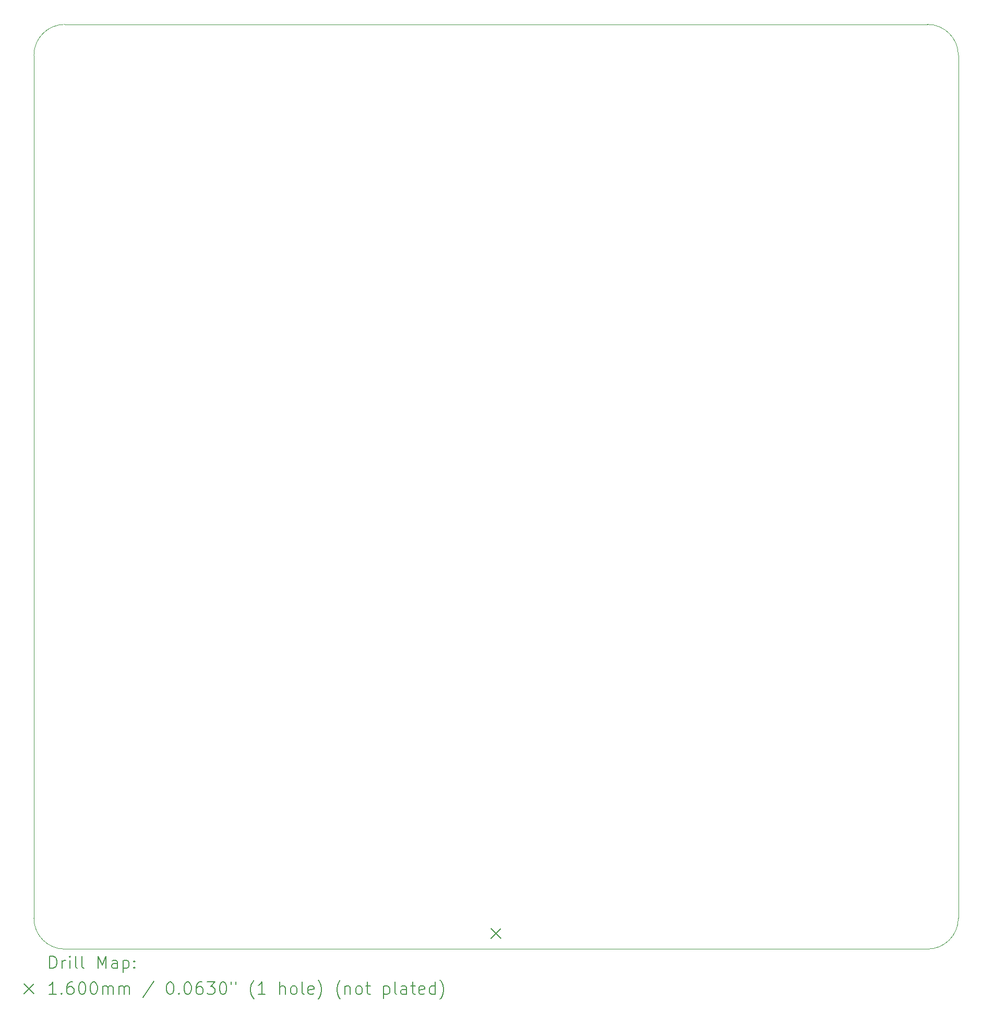
<source format=gbr>
%TF.GenerationSoftware,KiCad,Pcbnew,8.0.1*%
%TF.CreationDate,2024-03-21T17:04:59-07:00*%
%TF.ProjectId,fan-controller,66616e2d-636f-46e7-9472-6f6c6c65722e,rev?*%
%TF.SameCoordinates,Original*%
%TF.FileFunction,Drillmap*%
%TF.FilePolarity,Positive*%
%FSLAX45Y45*%
G04 Gerber Fmt 4.5, Leading zero omitted, Abs format (unit mm)*
G04 Created by KiCad (PCBNEW 8.0.1) date 2024-03-21 17:04:59*
%MOMM*%
%LPD*%
G01*
G04 APERTURE LIST*
%ADD10C,0.050000*%
%ADD11C,0.200000*%
%ADD12C,0.160000*%
G04 APERTURE END LIST*
D10*
X13000000Y-7500000D02*
X27000000Y-7500000D01*
X27000000Y-7500000D02*
G75*
G02*
X27500000Y-8000000I0J-500000D01*
G01*
X27500000Y-22000000D02*
G75*
G02*
X27000000Y-22500000I-500000J0D01*
G01*
X27500000Y-8000000D02*
X27500000Y-22000000D01*
X27000000Y-22500000D02*
X13000000Y-22500000D01*
X12500000Y-22000000D02*
X12500000Y-8000000D01*
X13000000Y-22500000D02*
G75*
G02*
X12500000Y-22000000I0J500000D01*
G01*
X12500000Y-8000000D02*
G75*
G02*
X13000000Y-7500000I500000J0D01*
G01*
D11*
D12*
X19920000Y-22170000D02*
X20080000Y-22330000D01*
X20080000Y-22170000D02*
X19920000Y-22330000D01*
D11*
X12758277Y-22813984D02*
X12758277Y-22613984D01*
X12758277Y-22613984D02*
X12805896Y-22613984D01*
X12805896Y-22613984D02*
X12834467Y-22623508D01*
X12834467Y-22623508D02*
X12853515Y-22642555D01*
X12853515Y-22642555D02*
X12863039Y-22661603D01*
X12863039Y-22661603D02*
X12872562Y-22699698D01*
X12872562Y-22699698D02*
X12872562Y-22728269D01*
X12872562Y-22728269D02*
X12863039Y-22766365D01*
X12863039Y-22766365D02*
X12853515Y-22785412D01*
X12853515Y-22785412D02*
X12834467Y-22804460D01*
X12834467Y-22804460D02*
X12805896Y-22813984D01*
X12805896Y-22813984D02*
X12758277Y-22813984D01*
X12958277Y-22813984D02*
X12958277Y-22680650D01*
X12958277Y-22718746D02*
X12967801Y-22699698D01*
X12967801Y-22699698D02*
X12977324Y-22690174D01*
X12977324Y-22690174D02*
X12996372Y-22680650D01*
X12996372Y-22680650D02*
X13015420Y-22680650D01*
X13082086Y-22813984D02*
X13082086Y-22680650D01*
X13082086Y-22613984D02*
X13072562Y-22623508D01*
X13072562Y-22623508D02*
X13082086Y-22633031D01*
X13082086Y-22633031D02*
X13091610Y-22623508D01*
X13091610Y-22623508D02*
X13082086Y-22613984D01*
X13082086Y-22613984D02*
X13082086Y-22633031D01*
X13205896Y-22813984D02*
X13186848Y-22804460D01*
X13186848Y-22804460D02*
X13177324Y-22785412D01*
X13177324Y-22785412D02*
X13177324Y-22613984D01*
X13310658Y-22813984D02*
X13291610Y-22804460D01*
X13291610Y-22804460D02*
X13282086Y-22785412D01*
X13282086Y-22785412D02*
X13282086Y-22613984D01*
X13539229Y-22813984D02*
X13539229Y-22613984D01*
X13539229Y-22613984D02*
X13605896Y-22756841D01*
X13605896Y-22756841D02*
X13672562Y-22613984D01*
X13672562Y-22613984D02*
X13672562Y-22813984D01*
X13853515Y-22813984D02*
X13853515Y-22709222D01*
X13853515Y-22709222D02*
X13843991Y-22690174D01*
X13843991Y-22690174D02*
X13824943Y-22680650D01*
X13824943Y-22680650D02*
X13786848Y-22680650D01*
X13786848Y-22680650D02*
X13767801Y-22690174D01*
X13853515Y-22804460D02*
X13834467Y-22813984D01*
X13834467Y-22813984D02*
X13786848Y-22813984D01*
X13786848Y-22813984D02*
X13767801Y-22804460D01*
X13767801Y-22804460D02*
X13758277Y-22785412D01*
X13758277Y-22785412D02*
X13758277Y-22766365D01*
X13758277Y-22766365D02*
X13767801Y-22747317D01*
X13767801Y-22747317D02*
X13786848Y-22737793D01*
X13786848Y-22737793D02*
X13834467Y-22737793D01*
X13834467Y-22737793D02*
X13853515Y-22728269D01*
X13948753Y-22680650D02*
X13948753Y-22880650D01*
X13948753Y-22690174D02*
X13967801Y-22680650D01*
X13967801Y-22680650D02*
X14005896Y-22680650D01*
X14005896Y-22680650D02*
X14024943Y-22690174D01*
X14024943Y-22690174D02*
X14034467Y-22699698D01*
X14034467Y-22699698D02*
X14043991Y-22718746D01*
X14043991Y-22718746D02*
X14043991Y-22775888D01*
X14043991Y-22775888D02*
X14034467Y-22794936D01*
X14034467Y-22794936D02*
X14024943Y-22804460D01*
X14024943Y-22804460D02*
X14005896Y-22813984D01*
X14005896Y-22813984D02*
X13967801Y-22813984D01*
X13967801Y-22813984D02*
X13948753Y-22804460D01*
X14129705Y-22794936D02*
X14139229Y-22804460D01*
X14139229Y-22804460D02*
X14129705Y-22813984D01*
X14129705Y-22813984D02*
X14120182Y-22804460D01*
X14120182Y-22804460D02*
X14129705Y-22794936D01*
X14129705Y-22794936D02*
X14129705Y-22813984D01*
X14129705Y-22690174D02*
X14139229Y-22699698D01*
X14139229Y-22699698D02*
X14129705Y-22709222D01*
X14129705Y-22709222D02*
X14120182Y-22699698D01*
X14120182Y-22699698D02*
X14129705Y-22690174D01*
X14129705Y-22690174D02*
X14129705Y-22709222D01*
D12*
X12337500Y-23062500D02*
X12497500Y-23222500D01*
X12497500Y-23062500D02*
X12337500Y-23222500D01*
D11*
X12863039Y-23233984D02*
X12748753Y-23233984D01*
X12805896Y-23233984D02*
X12805896Y-23033984D01*
X12805896Y-23033984D02*
X12786848Y-23062555D01*
X12786848Y-23062555D02*
X12767801Y-23081603D01*
X12767801Y-23081603D02*
X12748753Y-23091127D01*
X12948753Y-23214936D02*
X12958277Y-23224460D01*
X12958277Y-23224460D02*
X12948753Y-23233984D01*
X12948753Y-23233984D02*
X12939229Y-23224460D01*
X12939229Y-23224460D02*
X12948753Y-23214936D01*
X12948753Y-23214936D02*
X12948753Y-23233984D01*
X13129705Y-23033984D02*
X13091610Y-23033984D01*
X13091610Y-23033984D02*
X13072562Y-23043508D01*
X13072562Y-23043508D02*
X13063039Y-23053031D01*
X13063039Y-23053031D02*
X13043991Y-23081603D01*
X13043991Y-23081603D02*
X13034467Y-23119698D01*
X13034467Y-23119698D02*
X13034467Y-23195888D01*
X13034467Y-23195888D02*
X13043991Y-23214936D01*
X13043991Y-23214936D02*
X13053515Y-23224460D01*
X13053515Y-23224460D02*
X13072562Y-23233984D01*
X13072562Y-23233984D02*
X13110658Y-23233984D01*
X13110658Y-23233984D02*
X13129705Y-23224460D01*
X13129705Y-23224460D02*
X13139229Y-23214936D01*
X13139229Y-23214936D02*
X13148753Y-23195888D01*
X13148753Y-23195888D02*
X13148753Y-23148269D01*
X13148753Y-23148269D02*
X13139229Y-23129222D01*
X13139229Y-23129222D02*
X13129705Y-23119698D01*
X13129705Y-23119698D02*
X13110658Y-23110174D01*
X13110658Y-23110174D02*
X13072562Y-23110174D01*
X13072562Y-23110174D02*
X13053515Y-23119698D01*
X13053515Y-23119698D02*
X13043991Y-23129222D01*
X13043991Y-23129222D02*
X13034467Y-23148269D01*
X13272562Y-23033984D02*
X13291610Y-23033984D01*
X13291610Y-23033984D02*
X13310658Y-23043508D01*
X13310658Y-23043508D02*
X13320182Y-23053031D01*
X13320182Y-23053031D02*
X13329705Y-23072079D01*
X13329705Y-23072079D02*
X13339229Y-23110174D01*
X13339229Y-23110174D02*
X13339229Y-23157793D01*
X13339229Y-23157793D02*
X13329705Y-23195888D01*
X13329705Y-23195888D02*
X13320182Y-23214936D01*
X13320182Y-23214936D02*
X13310658Y-23224460D01*
X13310658Y-23224460D02*
X13291610Y-23233984D01*
X13291610Y-23233984D02*
X13272562Y-23233984D01*
X13272562Y-23233984D02*
X13253515Y-23224460D01*
X13253515Y-23224460D02*
X13243991Y-23214936D01*
X13243991Y-23214936D02*
X13234467Y-23195888D01*
X13234467Y-23195888D02*
X13224943Y-23157793D01*
X13224943Y-23157793D02*
X13224943Y-23110174D01*
X13224943Y-23110174D02*
X13234467Y-23072079D01*
X13234467Y-23072079D02*
X13243991Y-23053031D01*
X13243991Y-23053031D02*
X13253515Y-23043508D01*
X13253515Y-23043508D02*
X13272562Y-23033984D01*
X13463039Y-23033984D02*
X13482086Y-23033984D01*
X13482086Y-23033984D02*
X13501134Y-23043508D01*
X13501134Y-23043508D02*
X13510658Y-23053031D01*
X13510658Y-23053031D02*
X13520182Y-23072079D01*
X13520182Y-23072079D02*
X13529705Y-23110174D01*
X13529705Y-23110174D02*
X13529705Y-23157793D01*
X13529705Y-23157793D02*
X13520182Y-23195888D01*
X13520182Y-23195888D02*
X13510658Y-23214936D01*
X13510658Y-23214936D02*
X13501134Y-23224460D01*
X13501134Y-23224460D02*
X13482086Y-23233984D01*
X13482086Y-23233984D02*
X13463039Y-23233984D01*
X13463039Y-23233984D02*
X13443991Y-23224460D01*
X13443991Y-23224460D02*
X13434467Y-23214936D01*
X13434467Y-23214936D02*
X13424943Y-23195888D01*
X13424943Y-23195888D02*
X13415420Y-23157793D01*
X13415420Y-23157793D02*
X13415420Y-23110174D01*
X13415420Y-23110174D02*
X13424943Y-23072079D01*
X13424943Y-23072079D02*
X13434467Y-23053031D01*
X13434467Y-23053031D02*
X13443991Y-23043508D01*
X13443991Y-23043508D02*
X13463039Y-23033984D01*
X13615420Y-23233984D02*
X13615420Y-23100650D01*
X13615420Y-23119698D02*
X13624943Y-23110174D01*
X13624943Y-23110174D02*
X13643991Y-23100650D01*
X13643991Y-23100650D02*
X13672563Y-23100650D01*
X13672563Y-23100650D02*
X13691610Y-23110174D01*
X13691610Y-23110174D02*
X13701134Y-23129222D01*
X13701134Y-23129222D02*
X13701134Y-23233984D01*
X13701134Y-23129222D02*
X13710658Y-23110174D01*
X13710658Y-23110174D02*
X13729705Y-23100650D01*
X13729705Y-23100650D02*
X13758277Y-23100650D01*
X13758277Y-23100650D02*
X13777324Y-23110174D01*
X13777324Y-23110174D02*
X13786848Y-23129222D01*
X13786848Y-23129222D02*
X13786848Y-23233984D01*
X13882086Y-23233984D02*
X13882086Y-23100650D01*
X13882086Y-23119698D02*
X13891610Y-23110174D01*
X13891610Y-23110174D02*
X13910658Y-23100650D01*
X13910658Y-23100650D02*
X13939229Y-23100650D01*
X13939229Y-23100650D02*
X13958277Y-23110174D01*
X13958277Y-23110174D02*
X13967801Y-23129222D01*
X13967801Y-23129222D02*
X13967801Y-23233984D01*
X13967801Y-23129222D02*
X13977324Y-23110174D01*
X13977324Y-23110174D02*
X13996372Y-23100650D01*
X13996372Y-23100650D02*
X14024943Y-23100650D01*
X14024943Y-23100650D02*
X14043991Y-23110174D01*
X14043991Y-23110174D02*
X14053515Y-23129222D01*
X14053515Y-23129222D02*
X14053515Y-23233984D01*
X14443991Y-23024460D02*
X14272563Y-23281603D01*
X14701134Y-23033984D02*
X14720182Y-23033984D01*
X14720182Y-23033984D02*
X14739229Y-23043508D01*
X14739229Y-23043508D02*
X14748753Y-23053031D01*
X14748753Y-23053031D02*
X14758277Y-23072079D01*
X14758277Y-23072079D02*
X14767801Y-23110174D01*
X14767801Y-23110174D02*
X14767801Y-23157793D01*
X14767801Y-23157793D02*
X14758277Y-23195888D01*
X14758277Y-23195888D02*
X14748753Y-23214936D01*
X14748753Y-23214936D02*
X14739229Y-23224460D01*
X14739229Y-23224460D02*
X14720182Y-23233984D01*
X14720182Y-23233984D02*
X14701134Y-23233984D01*
X14701134Y-23233984D02*
X14682086Y-23224460D01*
X14682086Y-23224460D02*
X14672563Y-23214936D01*
X14672563Y-23214936D02*
X14663039Y-23195888D01*
X14663039Y-23195888D02*
X14653515Y-23157793D01*
X14653515Y-23157793D02*
X14653515Y-23110174D01*
X14653515Y-23110174D02*
X14663039Y-23072079D01*
X14663039Y-23072079D02*
X14672563Y-23053031D01*
X14672563Y-23053031D02*
X14682086Y-23043508D01*
X14682086Y-23043508D02*
X14701134Y-23033984D01*
X14853515Y-23214936D02*
X14863039Y-23224460D01*
X14863039Y-23224460D02*
X14853515Y-23233984D01*
X14853515Y-23233984D02*
X14843991Y-23224460D01*
X14843991Y-23224460D02*
X14853515Y-23214936D01*
X14853515Y-23214936D02*
X14853515Y-23233984D01*
X14986848Y-23033984D02*
X15005896Y-23033984D01*
X15005896Y-23033984D02*
X15024944Y-23043508D01*
X15024944Y-23043508D02*
X15034467Y-23053031D01*
X15034467Y-23053031D02*
X15043991Y-23072079D01*
X15043991Y-23072079D02*
X15053515Y-23110174D01*
X15053515Y-23110174D02*
X15053515Y-23157793D01*
X15053515Y-23157793D02*
X15043991Y-23195888D01*
X15043991Y-23195888D02*
X15034467Y-23214936D01*
X15034467Y-23214936D02*
X15024944Y-23224460D01*
X15024944Y-23224460D02*
X15005896Y-23233984D01*
X15005896Y-23233984D02*
X14986848Y-23233984D01*
X14986848Y-23233984D02*
X14967801Y-23224460D01*
X14967801Y-23224460D02*
X14958277Y-23214936D01*
X14958277Y-23214936D02*
X14948753Y-23195888D01*
X14948753Y-23195888D02*
X14939229Y-23157793D01*
X14939229Y-23157793D02*
X14939229Y-23110174D01*
X14939229Y-23110174D02*
X14948753Y-23072079D01*
X14948753Y-23072079D02*
X14958277Y-23053031D01*
X14958277Y-23053031D02*
X14967801Y-23043508D01*
X14967801Y-23043508D02*
X14986848Y-23033984D01*
X15224944Y-23033984D02*
X15186848Y-23033984D01*
X15186848Y-23033984D02*
X15167801Y-23043508D01*
X15167801Y-23043508D02*
X15158277Y-23053031D01*
X15158277Y-23053031D02*
X15139229Y-23081603D01*
X15139229Y-23081603D02*
X15129706Y-23119698D01*
X15129706Y-23119698D02*
X15129706Y-23195888D01*
X15129706Y-23195888D02*
X15139229Y-23214936D01*
X15139229Y-23214936D02*
X15148753Y-23224460D01*
X15148753Y-23224460D02*
X15167801Y-23233984D01*
X15167801Y-23233984D02*
X15205896Y-23233984D01*
X15205896Y-23233984D02*
X15224944Y-23224460D01*
X15224944Y-23224460D02*
X15234467Y-23214936D01*
X15234467Y-23214936D02*
X15243991Y-23195888D01*
X15243991Y-23195888D02*
X15243991Y-23148269D01*
X15243991Y-23148269D02*
X15234467Y-23129222D01*
X15234467Y-23129222D02*
X15224944Y-23119698D01*
X15224944Y-23119698D02*
X15205896Y-23110174D01*
X15205896Y-23110174D02*
X15167801Y-23110174D01*
X15167801Y-23110174D02*
X15148753Y-23119698D01*
X15148753Y-23119698D02*
X15139229Y-23129222D01*
X15139229Y-23129222D02*
X15129706Y-23148269D01*
X15310658Y-23033984D02*
X15434467Y-23033984D01*
X15434467Y-23033984D02*
X15367801Y-23110174D01*
X15367801Y-23110174D02*
X15396372Y-23110174D01*
X15396372Y-23110174D02*
X15415420Y-23119698D01*
X15415420Y-23119698D02*
X15424944Y-23129222D01*
X15424944Y-23129222D02*
X15434467Y-23148269D01*
X15434467Y-23148269D02*
X15434467Y-23195888D01*
X15434467Y-23195888D02*
X15424944Y-23214936D01*
X15424944Y-23214936D02*
X15415420Y-23224460D01*
X15415420Y-23224460D02*
X15396372Y-23233984D01*
X15396372Y-23233984D02*
X15339229Y-23233984D01*
X15339229Y-23233984D02*
X15320182Y-23224460D01*
X15320182Y-23224460D02*
X15310658Y-23214936D01*
X15558277Y-23033984D02*
X15577325Y-23033984D01*
X15577325Y-23033984D02*
X15596372Y-23043508D01*
X15596372Y-23043508D02*
X15605896Y-23053031D01*
X15605896Y-23053031D02*
X15615420Y-23072079D01*
X15615420Y-23072079D02*
X15624944Y-23110174D01*
X15624944Y-23110174D02*
X15624944Y-23157793D01*
X15624944Y-23157793D02*
X15615420Y-23195888D01*
X15615420Y-23195888D02*
X15605896Y-23214936D01*
X15605896Y-23214936D02*
X15596372Y-23224460D01*
X15596372Y-23224460D02*
X15577325Y-23233984D01*
X15577325Y-23233984D02*
X15558277Y-23233984D01*
X15558277Y-23233984D02*
X15539229Y-23224460D01*
X15539229Y-23224460D02*
X15529706Y-23214936D01*
X15529706Y-23214936D02*
X15520182Y-23195888D01*
X15520182Y-23195888D02*
X15510658Y-23157793D01*
X15510658Y-23157793D02*
X15510658Y-23110174D01*
X15510658Y-23110174D02*
X15520182Y-23072079D01*
X15520182Y-23072079D02*
X15529706Y-23053031D01*
X15529706Y-23053031D02*
X15539229Y-23043508D01*
X15539229Y-23043508D02*
X15558277Y-23033984D01*
X15701134Y-23033984D02*
X15701134Y-23072079D01*
X15777325Y-23033984D02*
X15777325Y-23072079D01*
X16072563Y-23310174D02*
X16063039Y-23300650D01*
X16063039Y-23300650D02*
X16043991Y-23272079D01*
X16043991Y-23272079D02*
X16034468Y-23253031D01*
X16034468Y-23253031D02*
X16024944Y-23224460D01*
X16024944Y-23224460D02*
X16015420Y-23176841D01*
X16015420Y-23176841D02*
X16015420Y-23138746D01*
X16015420Y-23138746D02*
X16024944Y-23091127D01*
X16024944Y-23091127D02*
X16034468Y-23062555D01*
X16034468Y-23062555D02*
X16043991Y-23043508D01*
X16043991Y-23043508D02*
X16063039Y-23014936D01*
X16063039Y-23014936D02*
X16072563Y-23005412D01*
X16253515Y-23233984D02*
X16139229Y-23233984D01*
X16196372Y-23233984D02*
X16196372Y-23033984D01*
X16196372Y-23033984D02*
X16177325Y-23062555D01*
X16177325Y-23062555D02*
X16158277Y-23081603D01*
X16158277Y-23081603D02*
X16139229Y-23091127D01*
X16491610Y-23233984D02*
X16491610Y-23033984D01*
X16577325Y-23233984D02*
X16577325Y-23129222D01*
X16577325Y-23129222D02*
X16567801Y-23110174D01*
X16567801Y-23110174D02*
X16548753Y-23100650D01*
X16548753Y-23100650D02*
X16520182Y-23100650D01*
X16520182Y-23100650D02*
X16501134Y-23110174D01*
X16501134Y-23110174D02*
X16491610Y-23119698D01*
X16701134Y-23233984D02*
X16682087Y-23224460D01*
X16682087Y-23224460D02*
X16672563Y-23214936D01*
X16672563Y-23214936D02*
X16663039Y-23195888D01*
X16663039Y-23195888D02*
X16663039Y-23138746D01*
X16663039Y-23138746D02*
X16672563Y-23119698D01*
X16672563Y-23119698D02*
X16682087Y-23110174D01*
X16682087Y-23110174D02*
X16701134Y-23100650D01*
X16701134Y-23100650D02*
X16729706Y-23100650D01*
X16729706Y-23100650D02*
X16748753Y-23110174D01*
X16748753Y-23110174D02*
X16758277Y-23119698D01*
X16758277Y-23119698D02*
X16767801Y-23138746D01*
X16767801Y-23138746D02*
X16767801Y-23195888D01*
X16767801Y-23195888D02*
X16758277Y-23214936D01*
X16758277Y-23214936D02*
X16748753Y-23224460D01*
X16748753Y-23224460D02*
X16729706Y-23233984D01*
X16729706Y-23233984D02*
X16701134Y-23233984D01*
X16882087Y-23233984D02*
X16863039Y-23224460D01*
X16863039Y-23224460D02*
X16853515Y-23205412D01*
X16853515Y-23205412D02*
X16853515Y-23033984D01*
X17034468Y-23224460D02*
X17015420Y-23233984D01*
X17015420Y-23233984D02*
X16977325Y-23233984D01*
X16977325Y-23233984D02*
X16958277Y-23224460D01*
X16958277Y-23224460D02*
X16948753Y-23205412D01*
X16948753Y-23205412D02*
X16948753Y-23129222D01*
X16948753Y-23129222D02*
X16958277Y-23110174D01*
X16958277Y-23110174D02*
X16977325Y-23100650D01*
X16977325Y-23100650D02*
X17015420Y-23100650D01*
X17015420Y-23100650D02*
X17034468Y-23110174D01*
X17034468Y-23110174D02*
X17043992Y-23129222D01*
X17043992Y-23129222D02*
X17043992Y-23148269D01*
X17043992Y-23148269D02*
X16948753Y-23167317D01*
X17110658Y-23310174D02*
X17120182Y-23300650D01*
X17120182Y-23300650D02*
X17139230Y-23272079D01*
X17139230Y-23272079D02*
X17148753Y-23253031D01*
X17148753Y-23253031D02*
X17158277Y-23224460D01*
X17158277Y-23224460D02*
X17167801Y-23176841D01*
X17167801Y-23176841D02*
X17167801Y-23138746D01*
X17167801Y-23138746D02*
X17158277Y-23091127D01*
X17158277Y-23091127D02*
X17148753Y-23062555D01*
X17148753Y-23062555D02*
X17139230Y-23043508D01*
X17139230Y-23043508D02*
X17120182Y-23014936D01*
X17120182Y-23014936D02*
X17110658Y-23005412D01*
X17472563Y-23310174D02*
X17463039Y-23300650D01*
X17463039Y-23300650D02*
X17443992Y-23272079D01*
X17443992Y-23272079D02*
X17434468Y-23253031D01*
X17434468Y-23253031D02*
X17424944Y-23224460D01*
X17424944Y-23224460D02*
X17415420Y-23176841D01*
X17415420Y-23176841D02*
X17415420Y-23138746D01*
X17415420Y-23138746D02*
X17424944Y-23091127D01*
X17424944Y-23091127D02*
X17434468Y-23062555D01*
X17434468Y-23062555D02*
X17443992Y-23043508D01*
X17443992Y-23043508D02*
X17463039Y-23014936D01*
X17463039Y-23014936D02*
X17472563Y-23005412D01*
X17548753Y-23100650D02*
X17548753Y-23233984D01*
X17548753Y-23119698D02*
X17558277Y-23110174D01*
X17558277Y-23110174D02*
X17577325Y-23100650D01*
X17577325Y-23100650D02*
X17605896Y-23100650D01*
X17605896Y-23100650D02*
X17624944Y-23110174D01*
X17624944Y-23110174D02*
X17634468Y-23129222D01*
X17634468Y-23129222D02*
X17634468Y-23233984D01*
X17758277Y-23233984D02*
X17739230Y-23224460D01*
X17739230Y-23224460D02*
X17729706Y-23214936D01*
X17729706Y-23214936D02*
X17720182Y-23195888D01*
X17720182Y-23195888D02*
X17720182Y-23138746D01*
X17720182Y-23138746D02*
X17729706Y-23119698D01*
X17729706Y-23119698D02*
X17739230Y-23110174D01*
X17739230Y-23110174D02*
X17758277Y-23100650D01*
X17758277Y-23100650D02*
X17786849Y-23100650D01*
X17786849Y-23100650D02*
X17805896Y-23110174D01*
X17805896Y-23110174D02*
X17815420Y-23119698D01*
X17815420Y-23119698D02*
X17824944Y-23138746D01*
X17824944Y-23138746D02*
X17824944Y-23195888D01*
X17824944Y-23195888D02*
X17815420Y-23214936D01*
X17815420Y-23214936D02*
X17805896Y-23224460D01*
X17805896Y-23224460D02*
X17786849Y-23233984D01*
X17786849Y-23233984D02*
X17758277Y-23233984D01*
X17882087Y-23100650D02*
X17958277Y-23100650D01*
X17910658Y-23033984D02*
X17910658Y-23205412D01*
X17910658Y-23205412D02*
X17920182Y-23224460D01*
X17920182Y-23224460D02*
X17939230Y-23233984D01*
X17939230Y-23233984D02*
X17958277Y-23233984D01*
X18177325Y-23100650D02*
X18177325Y-23300650D01*
X18177325Y-23110174D02*
X18196373Y-23100650D01*
X18196373Y-23100650D02*
X18234468Y-23100650D01*
X18234468Y-23100650D02*
X18253515Y-23110174D01*
X18253515Y-23110174D02*
X18263039Y-23119698D01*
X18263039Y-23119698D02*
X18272563Y-23138746D01*
X18272563Y-23138746D02*
X18272563Y-23195888D01*
X18272563Y-23195888D02*
X18263039Y-23214936D01*
X18263039Y-23214936D02*
X18253515Y-23224460D01*
X18253515Y-23224460D02*
X18234468Y-23233984D01*
X18234468Y-23233984D02*
X18196373Y-23233984D01*
X18196373Y-23233984D02*
X18177325Y-23224460D01*
X18386849Y-23233984D02*
X18367801Y-23224460D01*
X18367801Y-23224460D02*
X18358277Y-23205412D01*
X18358277Y-23205412D02*
X18358277Y-23033984D01*
X18548754Y-23233984D02*
X18548754Y-23129222D01*
X18548754Y-23129222D02*
X18539230Y-23110174D01*
X18539230Y-23110174D02*
X18520182Y-23100650D01*
X18520182Y-23100650D02*
X18482087Y-23100650D01*
X18482087Y-23100650D02*
X18463039Y-23110174D01*
X18548754Y-23224460D02*
X18529706Y-23233984D01*
X18529706Y-23233984D02*
X18482087Y-23233984D01*
X18482087Y-23233984D02*
X18463039Y-23224460D01*
X18463039Y-23224460D02*
X18453515Y-23205412D01*
X18453515Y-23205412D02*
X18453515Y-23186365D01*
X18453515Y-23186365D02*
X18463039Y-23167317D01*
X18463039Y-23167317D02*
X18482087Y-23157793D01*
X18482087Y-23157793D02*
X18529706Y-23157793D01*
X18529706Y-23157793D02*
X18548754Y-23148269D01*
X18615420Y-23100650D02*
X18691611Y-23100650D01*
X18643992Y-23033984D02*
X18643992Y-23205412D01*
X18643992Y-23205412D02*
X18653515Y-23224460D01*
X18653515Y-23224460D02*
X18672563Y-23233984D01*
X18672563Y-23233984D02*
X18691611Y-23233984D01*
X18834468Y-23224460D02*
X18815420Y-23233984D01*
X18815420Y-23233984D02*
X18777325Y-23233984D01*
X18777325Y-23233984D02*
X18758277Y-23224460D01*
X18758277Y-23224460D02*
X18748754Y-23205412D01*
X18748754Y-23205412D02*
X18748754Y-23129222D01*
X18748754Y-23129222D02*
X18758277Y-23110174D01*
X18758277Y-23110174D02*
X18777325Y-23100650D01*
X18777325Y-23100650D02*
X18815420Y-23100650D01*
X18815420Y-23100650D02*
X18834468Y-23110174D01*
X18834468Y-23110174D02*
X18843992Y-23129222D01*
X18843992Y-23129222D02*
X18843992Y-23148269D01*
X18843992Y-23148269D02*
X18748754Y-23167317D01*
X19015420Y-23233984D02*
X19015420Y-23033984D01*
X19015420Y-23224460D02*
X18996373Y-23233984D01*
X18996373Y-23233984D02*
X18958277Y-23233984D01*
X18958277Y-23233984D02*
X18939230Y-23224460D01*
X18939230Y-23224460D02*
X18929706Y-23214936D01*
X18929706Y-23214936D02*
X18920182Y-23195888D01*
X18920182Y-23195888D02*
X18920182Y-23138746D01*
X18920182Y-23138746D02*
X18929706Y-23119698D01*
X18929706Y-23119698D02*
X18939230Y-23110174D01*
X18939230Y-23110174D02*
X18958277Y-23100650D01*
X18958277Y-23100650D02*
X18996373Y-23100650D01*
X18996373Y-23100650D02*
X19015420Y-23110174D01*
X19091611Y-23310174D02*
X19101135Y-23300650D01*
X19101135Y-23300650D02*
X19120182Y-23272079D01*
X19120182Y-23272079D02*
X19129706Y-23253031D01*
X19129706Y-23253031D02*
X19139230Y-23224460D01*
X19139230Y-23224460D02*
X19148754Y-23176841D01*
X19148754Y-23176841D02*
X19148754Y-23138746D01*
X19148754Y-23138746D02*
X19139230Y-23091127D01*
X19139230Y-23091127D02*
X19129706Y-23062555D01*
X19129706Y-23062555D02*
X19120182Y-23043508D01*
X19120182Y-23043508D02*
X19101135Y-23014936D01*
X19101135Y-23014936D02*
X19091611Y-23005412D01*
M02*

</source>
